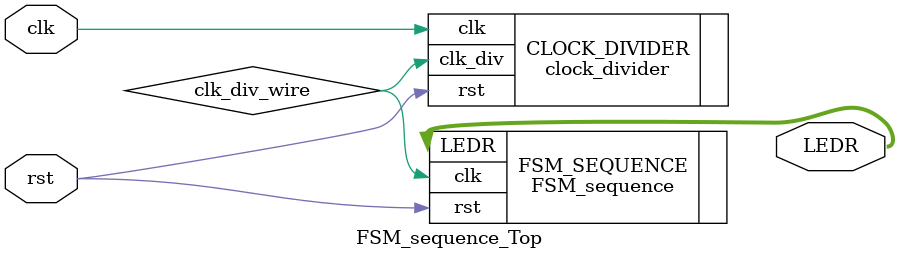
<source format=v>
module FSM_sequence_Top (
        input wire clk,
        input wire rst,
        output wire [3:0] LEDR
);

wire clk_div_wire;

clock_divider CLOCK_DIVIDER (
        .clk(clk),
        .rst(rst),
        .clk_div(clk_div_wire)
);

FSM_sequence FSM_SEQUENCE (
        .clk(clk_div_wire),
        .rst(rst),
        .LEDR(LEDR)
);

endmodule

</source>
